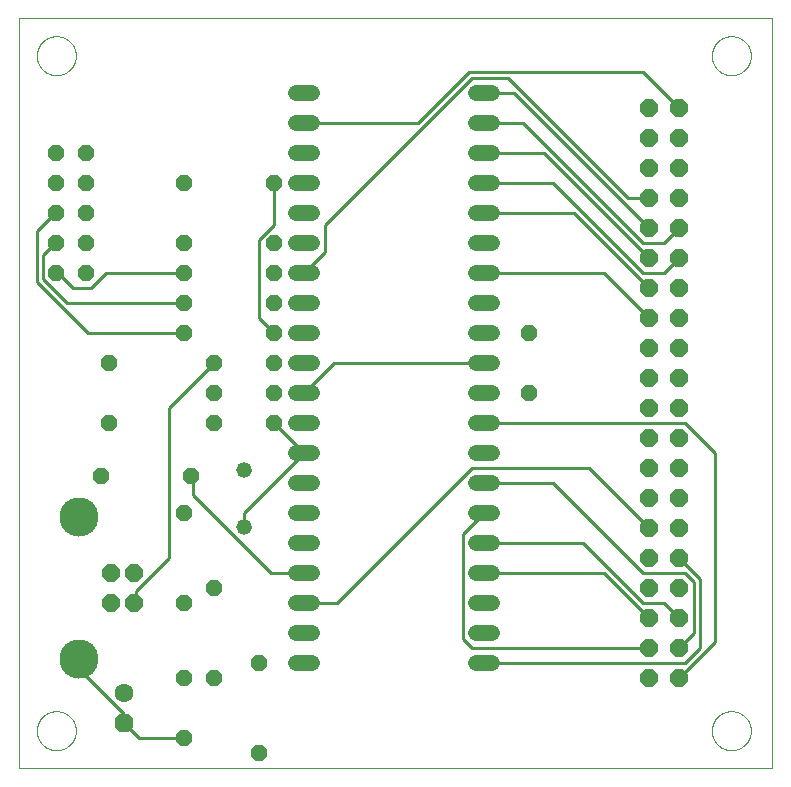
<source format=gbl>
G75*
%MOIN*%
%OFA0B0*%
%FSLAX25Y25*%
%IPPOS*%
%LPD*%
%AMOC8*
5,1,8,0,0,1.08239X$1,22.5*
%
%ADD10C,0.00000*%
%ADD11C,0.05200*%
%ADD12OC8,0.05600*%
%ADD13OC8,0.05740*%
%ADD14C,0.13055*%
%ADD15OC8,0.06000*%
%ADD16OC8,0.05200*%
%ADD17OC8,0.06300*%
%ADD18C,0.06300*%
%ADD19C,0.05200*%
%ADD20C,0.01000*%
D10*
X0021461Y0001000D02*
X0021461Y0250961D01*
X0272661Y0250961D01*
X0272661Y0001000D01*
X0021461Y0001000D01*
X0027461Y0013500D02*
X0027463Y0013661D01*
X0027469Y0013821D01*
X0027479Y0013982D01*
X0027493Y0014142D01*
X0027511Y0014302D01*
X0027532Y0014461D01*
X0027558Y0014620D01*
X0027588Y0014778D01*
X0027621Y0014935D01*
X0027659Y0015092D01*
X0027700Y0015247D01*
X0027745Y0015401D01*
X0027794Y0015554D01*
X0027847Y0015706D01*
X0027903Y0015857D01*
X0027964Y0016006D01*
X0028027Y0016154D01*
X0028095Y0016300D01*
X0028166Y0016444D01*
X0028240Y0016586D01*
X0028318Y0016727D01*
X0028400Y0016865D01*
X0028485Y0017002D01*
X0028573Y0017136D01*
X0028665Y0017268D01*
X0028760Y0017398D01*
X0028858Y0017526D01*
X0028959Y0017651D01*
X0029063Y0017773D01*
X0029170Y0017893D01*
X0029280Y0018010D01*
X0029393Y0018125D01*
X0029509Y0018236D01*
X0029628Y0018345D01*
X0029749Y0018450D01*
X0029873Y0018553D01*
X0029999Y0018653D01*
X0030127Y0018749D01*
X0030258Y0018842D01*
X0030392Y0018932D01*
X0030527Y0019019D01*
X0030665Y0019102D01*
X0030804Y0019182D01*
X0030946Y0019258D01*
X0031089Y0019331D01*
X0031234Y0019400D01*
X0031381Y0019466D01*
X0031529Y0019528D01*
X0031679Y0019586D01*
X0031830Y0019641D01*
X0031983Y0019692D01*
X0032137Y0019739D01*
X0032292Y0019782D01*
X0032448Y0019821D01*
X0032604Y0019857D01*
X0032762Y0019888D01*
X0032920Y0019916D01*
X0033079Y0019940D01*
X0033239Y0019960D01*
X0033399Y0019976D01*
X0033559Y0019988D01*
X0033720Y0019996D01*
X0033881Y0020000D01*
X0034041Y0020000D01*
X0034202Y0019996D01*
X0034363Y0019988D01*
X0034523Y0019976D01*
X0034683Y0019960D01*
X0034843Y0019940D01*
X0035002Y0019916D01*
X0035160Y0019888D01*
X0035318Y0019857D01*
X0035474Y0019821D01*
X0035630Y0019782D01*
X0035785Y0019739D01*
X0035939Y0019692D01*
X0036092Y0019641D01*
X0036243Y0019586D01*
X0036393Y0019528D01*
X0036541Y0019466D01*
X0036688Y0019400D01*
X0036833Y0019331D01*
X0036976Y0019258D01*
X0037118Y0019182D01*
X0037257Y0019102D01*
X0037395Y0019019D01*
X0037530Y0018932D01*
X0037664Y0018842D01*
X0037795Y0018749D01*
X0037923Y0018653D01*
X0038049Y0018553D01*
X0038173Y0018450D01*
X0038294Y0018345D01*
X0038413Y0018236D01*
X0038529Y0018125D01*
X0038642Y0018010D01*
X0038752Y0017893D01*
X0038859Y0017773D01*
X0038963Y0017651D01*
X0039064Y0017526D01*
X0039162Y0017398D01*
X0039257Y0017268D01*
X0039349Y0017136D01*
X0039437Y0017002D01*
X0039522Y0016865D01*
X0039604Y0016727D01*
X0039682Y0016586D01*
X0039756Y0016444D01*
X0039827Y0016300D01*
X0039895Y0016154D01*
X0039958Y0016006D01*
X0040019Y0015857D01*
X0040075Y0015706D01*
X0040128Y0015554D01*
X0040177Y0015401D01*
X0040222Y0015247D01*
X0040263Y0015092D01*
X0040301Y0014935D01*
X0040334Y0014778D01*
X0040364Y0014620D01*
X0040390Y0014461D01*
X0040411Y0014302D01*
X0040429Y0014142D01*
X0040443Y0013982D01*
X0040453Y0013821D01*
X0040459Y0013661D01*
X0040461Y0013500D01*
X0040459Y0013339D01*
X0040453Y0013179D01*
X0040443Y0013018D01*
X0040429Y0012858D01*
X0040411Y0012698D01*
X0040390Y0012539D01*
X0040364Y0012380D01*
X0040334Y0012222D01*
X0040301Y0012065D01*
X0040263Y0011908D01*
X0040222Y0011753D01*
X0040177Y0011599D01*
X0040128Y0011446D01*
X0040075Y0011294D01*
X0040019Y0011143D01*
X0039958Y0010994D01*
X0039895Y0010846D01*
X0039827Y0010700D01*
X0039756Y0010556D01*
X0039682Y0010414D01*
X0039604Y0010273D01*
X0039522Y0010135D01*
X0039437Y0009998D01*
X0039349Y0009864D01*
X0039257Y0009732D01*
X0039162Y0009602D01*
X0039064Y0009474D01*
X0038963Y0009349D01*
X0038859Y0009227D01*
X0038752Y0009107D01*
X0038642Y0008990D01*
X0038529Y0008875D01*
X0038413Y0008764D01*
X0038294Y0008655D01*
X0038173Y0008550D01*
X0038049Y0008447D01*
X0037923Y0008347D01*
X0037795Y0008251D01*
X0037664Y0008158D01*
X0037530Y0008068D01*
X0037395Y0007981D01*
X0037257Y0007898D01*
X0037118Y0007818D01*
X0036976Y0007742D01*
X0036833Y0007669D01*
X0036688Y0007600D01*
X0036541Y0007534D01*
X0036393Y0007472D01*
X0036243Y0007414D01*
X0036092Y0007359D01*
X0035939Y0007308D01*
X0035785Y0007261D01*
X0035630Y0007218D01*
X0035474Y0007179D01*
X0035318Y0007143D01*
X0035160Y0007112D01*
X0035002Y0007084D01*
X0034843Y0007060D01*
X0034683Y0007040D01*
X0034523Y0007024D01*
X0034363Y0007012D01*
X0034202Y0007004D01*
X0034041Y0007000D01*
X0033881Y0007000D01*
X0033720Y0007004D01*
X0033559Y0007012D01*
X0033399Y0007024D01*
X0033239Y0007040D01*
X0033079Y0007060D01*
X0032920Y0007084D01*
X0032762Y0007112D01*
X0032604Y0007143D01*
X0032448Y0007179D01*
X0032292Y0007218D01*
X0032137Y0007261D01*
X0031983Y0007308D01*
X0031830Y0007359D01*
X0031679Y0007414D01*
X0031529Y0007472D01*
X0031381Y0007534D01*
X0031234Y0007600D01*
X0031089Y0007669D01*
X0030946Y0007742D01*
X0030804Y0007818D01*
X0030665Y0007898D01*
X0030527Y0007981D01*
X0030392Y0008068D01*
X0030258Y0008158D01*
X0030127Y0008251D01*
X0029999Y0008347D01*
X0029873Y0008447D01*
X0029749Y0008550D01*
X0029628Y0008655D01*
X0029509Y0008764D01*
X0029393Y0008875D01*
X0029280Y0008990D01*
X0029170Y0009107D01*
X0029063Y0009227D01*
X0028959Y0009349D01*
X0028858Y0009474D01*
X0028760Y0009602D01*
X0028665Y0009732D01*
X0028573Y0009864D01*
X0028485Y0009998D01*
X0028400Y0010135D01*
X0028318Y0010273D01*
X0028240Y0010414D01*
X0028166Y0010556D01*
X0028095Y0010700D01*
X0028027Y0010846D01*
X0027964Y0010994D01*
X0027903Y0011143D01*
X0027847Y0011294D01*
X0027794Y0011446D01*
X0027745Y0011599D01*
X0027700Y0011753D01*
X0027659Y0011908D01*
X0027621Y0012065D01*
X0027588Y0012222D01*
X0027558Y0012380D01*
X0027532Y0012539D01*
X0027511Y0012698D01*
X0027493Y0012858D01*
X0027479Y0013018D01*
X0027469Y0013179D01*
X0027463Y0013339D01*
X0027461Y0013500D01*
X0252461Y0013500D02*
X0252463Y0013661D01*
X0252469Y0013821D01*
X0252479Y0013982D01*
X0252493Y0014142D01*
X0252511Y0014302D01*
X0252532Y0014461D01*
X0252558Y0014620D01*
X0252588Y0014778D01*
X0252621Y0014935D01*
X0252659Y0015092D01*
X0252700Y0015247D01*
X0252745Y0015401D01*
X0252794Y0015554D01*
X0252847Y0015706D01*
X0252903Y0015857D01*
X0252964Y0016006D01*
X0253027Y0016154D01*
X0253095Y0016300D01*
X0253166Y0016444D01*
X0253240Y0016586D01*
X0253318Y0016727D01*
X0253400Y0016865D01*
X0253485Y0017002D01*
X0253573Y0017136D01*
X0253665Y0017268D01*
X0253760Y0017398D01*
X0253858Y0017526D01*
X0253959Y0017651D01*
X0254063Y0017773D01*
X0254170Y0017893D01*
X0254280Y0018010D01*
X0254393Y0018125D01*
X0254509Y0018236D01*
X0254628Y0018345D01*
X0254749Y0018450D01*
X0254873Y0018553D01*
X0254999Y0018653D01*
X0255127Y0018749D01*
X0255258Y0018842D01*
X0255392Y0018932D01*
X0255527Y0019019D01*
X0255665Y0019102D01*
X0255804Y0019182D01*
X0255946Y0019258D01*
X0256089Y0019331D01*
X0256234Y0019400D01*
X0256381Y0019466D01*
X0256529Y0019528D01*
X0256679Y0019586D01*
X0256830Y0019641D01*
X0256983Y0019692D01*
X0257137Y0019739D01*
X0257292Y0019782D01*
X0257448Y0019821D01*
X0257604Y0019857D01*
X0257762Y0019888D01*
X0257920Y0019916D01*
X0258079Y0019940D01*
X0258239Y0019960D01*
X0258399Y0019976D01*
X0258559Y0019988D01*
X0258720Y0019996D01*
X0258881Y0020000D01*
X0259041Y0020000D01*
X0259202Y0019996D01*
X0259363Y0019988D01*
X0259523Y0019976D01*
X0259683Y0019960D01*
X0259843Y0019940D01*
X0260002Y0019916D01*
X0260160Y0019888D01*
X0260318Y0019857D01*
X0260474Y0019821D01*
X0260630Y0019782D01*
X0260785Y0019739D01*
X0260939Y0019692D01*
X0261092Y0019641D01*
X0261243Y0019586D01*
X0261393Y0019528D01*
X0261541Y0019466D01*
X0261688Y0019400D01*
X0261833Y0019331D01*
X0261976Y0019258D01*
X0262118Y0019182D01*
X0262257Y0019102D01*
X0262395Y0019019D01*
X0262530Y0018932D01*
X0262664Y0018842D01*
X0262795Y0018749D01*
X0262923Y0018653D01*
X0263049Y0018553D01*
X0263173Y0018450D01*
X0263294Y0018345D01*
X0263413Y0018236D01*
X0263529Y0018125D01*
X0263642Y0018010D01*
X0263752Y0017893D01*
X0263859Y0017773D01*
X0263963Y0017651D01*
X0264064Y0017526D01*
X0264162Y0017398D01*
X0264257Y0017268D01*
X0264349Y0017136D01*
X0264437Y0017002D01*
X0264522Y0016865D01*
X0264604Y0016727D01*
X0264682Y0016586D01*
X0264756Y0016444D01*
X0264827Y0016300D01*
X0264895Y0016154D01*
X0264958Y0016006D01*
X0265019Y0015857D01*
X0265075Y0015706D01*
X0265128Y0015554D01*
X0265177Y0015401D01*
X0265222Y0015247D01*
X0265263Y0015092D01*
X0265301Y0014935D01*
X0265334Y0014778D01*
X0265364Y0014620D01*
X0265390Y0014461D01*
X0265411Y0014302D01*
X0265429Y0014142D01*
X0265443Y0013982D01*
X0265453Y0013821D01*
X0265459Y0013661D01*
X0265461Y0013500D01*
X0265459Y0013339D01*
X0265453Y0013179D01*
X0265443Y0013018D01*
X0265429Y0012858D01*
X0265411Y0012698D01*
X0265390Y0012539D01*
X0265364Y0012380D01*
X0265334Y0012222D01*
X0265301Y0012065D01*
X0265263Y0011908D01*
X0265222Y0011753D01*
X0265177Y0011599D01*
X0265128Y0011446D01*
X0265075Y0011294D01*
X0265019Y0011143D01*
X0264958Y0010994D01*
X0264895Y0010846D01*
X0264827Y0010700D01*
X0264756Y0010556D01*
X0264682Y0010414D01*
X0264604Y0010273D01*
X0264522Y0010135D01*
X0264437Y0009998D01*
X0264349Y0009864D01*
X0264257Y0009732D01*
X0264162Y0009602D01*
X0264064Y0009474D01*
X0263963Y0009349D01*
X0263859Y0009227D01*
X0263752Y0009107D01*
X0263642Y0008990D01*
X0263529Y0008875D01*
X0263413Y0008764D01*
X0263294Y0008655D01*
X0263173Y0008550D01*
X0263049Y0008447D01*
X0262923Y0008347D01*
X0262795Y0008251D01*
X0262664Y0008158D01*
X0262530Y0008068D01*
X0262395Y0007981D01*
X0262257Y0007898D01*
X0262118Y0007818D01*
X0261976Y0007742D01*
X0261833Y0007669D01*
X0261688Y0007600D01*
X0261541Y0007534D01*
X0261393Y0007472D01*
X0261243Y0007414D01*
X0261092Y0007359D01*
X0260939Y0007308D01*
X0260785Y0007261D01*
X0260630Y0007218D01*
X0260474Y0007179D01*
X0260318Y0007143D01*
X0260160Y0007112D01*
X0260002Y0007084D01*
X0259843Y0007060D01*
X0259683Y0007040D01*
X0259523Y0007024D01*
X0259363Y0007012D01*
X0259202Y0007004D01*
X0259041Y0007000D01*
X0258881Y0007000D01*
X0258720Y0007004D01*
X0258559Y0007012D01*
X0258399Y0007024D01*
X0258239Y0007040D01*
X0258079Y0007060D01*
X0257920Y0007084D01*
X0257762Y0007112D01*
X0257604Y0007143D01*
X0257448Y0007179D01*
X0257292Y0007218D01*
X0257137Y0007261D01*
X0256983Y0007308D01*
X0256830Y0007359D01*
X0256679Y0007414D01*
X0256529Y0007472D01*
X0256381Y0007534D01*
X0256234Y0007600D01*
X0256089Y0007669D01*
X0255946Y0007742D01*
X0255804Y0007818D01*
X0255665Y0007898D01*
X0255527Y0007981D01*
X0255392Y0008068D01*
X0255258Y0008158D01*
X0255127Y0008251D01*
X0254999Y0008347D01*
X0254873Y0008447D01*
X0254749Y0008550D01*
X0254628Y0008655D01*
X0254509Y0008764D01*
X0254393Y0008875D01*
X0254280Y0008990D01*
X0254170Y0009107D01*
X0254063Y0009227D01*
X0253959Y0009349D01*
X0253858Y0009474D01*
X0253760Y0009602D01*
X0253665Y0009732D01*
X0253573Y0009864D01*
X0253485Y0009998D01*
X0253400Y0010135D01*
X0253318Y0010273D01*
X0253240Y0010414D01*
X0253166Y0010556D01*
X0253095Y0010700D01*
X0253027Y0010846D01*
X0252964Y0010994D01*
X0252903Y0011143D01*
X0252847Y0011294D01*
X0252794Y0011446D01*
X0252745Y0011599D01*
X0252700Y0011753D01*
X0252659Y0011908D01*
X0252621Y0012065D01*
X0252588Y0012222D01*
X0252558Y0012380D01*
X0252532Y0012539D01*
X0252511Y0012698D01*
X0252493Y0012858D01*
X0252479Y0013018D01*
X0252469Y0013179D01*
X0252463Y0013339D01*
X0252461Y0013500D01*
X0252461Y0238500D02*
X0252463Y0238661D01*
X0252469Y0238821D01*
X0252479Y0238982D01*
X0252493Y0239142D01*
X0252511Y0239302D01*
X0252532Y0239461D01*
X0252558Y0239620D01*
X0252588Y0239778D01*
X0252621Y0239935D01*
X0252659Y0240092D01*
X0252700Y0240247D01*
X0252745Y0240401D01*
X0252794Y0240554D01*
X0252847Y0240706D01*
X0252903Y0240857D01*
X0252964Y0241006D01*
X0253027Y0241154D01*
X0253095Y0241300D01*
X0253166Y0241444D01*
X0253240Y0241586D01*
X0253318Y0241727D01*
X0253400Y0241865D01*
X0253485Y0242002D01*
X0253573Y0242136D01*
X0253665Y0242268D01*
X0253760Y0242398D01*
X0253858Y0242526D01*
X0253959Y0242651D01*
X0254063Y0242773D01*
X0254170Y0242893D01*
X0254280Y0243010D01*
X0254393Y0243125D01*
X0254509Y0243236D01*
X0254628Y0243345D01*
X0254749Y0243450D01*
X0254873Y0243553D01*
X0254999Y0243653D01*
X0255127Y0243749D01*
X0255258Y0243842D01*
X0255392Y0243932D01*
X0255527Y0244019D01*
X0255665Y0244102D01*
X0255804Y0244182D01*
X0255946Y0244258D01*
X0256089Y0244331D01*
X0256234Y0244400D01*
X0256381Y0244466D01*
X0256529Y0244528D01*
X0256679Y0244586D01*
X0256830Y0244641D01*
X0256983Y0244692D01*
X0257137Y0244739D01*
X0257292Y0244782D01*
X0257448Y0244821D01*
X0257604Y0244857D01*
X0257762Y0244888D01*
X0257920Y0244916D01*
X0258079Y0244940D01*
X0258239Y0244960D01*
X0258399Y0244976D01*
X0258559Y0244988D01*
X0258720Y0244996D01*
X0258881Y0245000D01*
X0259041Y0245000D01*
X0259202Y0244996D01*
X0259363Y0244988D01*
X0259523Y0244976D01*
X0259683Y0244960D01*
X0259843Y0244940D01*
X0260002Y0244916D01*
X0260160Y0244888D01*
X0260318Y0244857D01*
X0260474Y0244821D01*
X0260630Y0244782D01*
X0260785Y0244739D01*
X0260939Y0244692D01*
X0261092Y0244641D01*
X0261243Y0244586D01*
X0261393Y0244528D01*
X0261541Y0244466D01*
X0261688Y0244400D01*
X0261833Y0244331D01*
X0261976Y0244258D01*
X0262118Y0244182D01*
X0262257Y0244102D01*
X0262395Y0244019D01*
X0262530Y0243932D01*
X0262664Y0243842D01*
X0262795Y0243749D01*
X0262923Y0243653D01*
X0263049Y0243553D01*
X0263173Y0243450D01*
X0263294Y0243345D01*
X0263413Y0243236D01*
X0263529Y0243125D01*
X0263642Y0243010D01*
X0263752Y0242893D01*
X0263859Y0242773D01*
X0263963Y0242651D01*
X0264064Y0242526D01*
X0264162Y0242398D01*
X0264257Y0242268D01*
X0264349Y0242136D01*
X0264437Y0242002D01*
X0264522Y0241865D01*
X0264604Y0241727D01*
X0264682Y0241586D01*
X0264756Y0241444D01*
X0264827Y0241300D01*
X0264895Y0241154D01*
X0264958Y0241006D01*
X0265019Y0240857D01*
X0265075Y0240706D01*
X0265128Y0240554D01*
X0265177Y0240401D01*
X0265222Y0240247D01*
X0265263Y0240092D01*
X0265301Y0239935D01*
X0265334Y0239778D01*
X0265364Y0239620D01*
X0265390Y0239461D01*
X0265411Y0239302D01*
X0265429Y0239142D01*
X0265443Y0238982D01*
X0265453Y0238821D01*
X0265459Y0238661D01*
X0265461Y0238500D01*
X0265459Y0238339D01*
X0265453Y0238179D01*
X0265443Y0238018D01*
X0265429Y0237858D01*
X0265411Y0237698D01*
X0265390Y0237539D01*
X0265364Y0237380D01*
X0265334Y0237222D01*
X0265301Y0237065D01*
X0265263Y0236908D01*
X0265222Y0236753D01*
X0265177Y0236599D01*
X0265128Y0236446D01*
X0265075Y0236294D01*
X0265019Y0236143D01*
X0264958Y0235994D01*
X0264895Y0235846D01*
X0264827Y0235700D01*
X0264756Y0235556D01*
X0264682Y0235414D01*
X0264604Y0235273D01*
X0264522Y0235135D01*
X0264437Y0234998D01*
X0264349Y0234864D01*
X0264257Y0234732D01*
X0264162Y0234602D01*
X0264064Y0234474D01*
X0263963Y0234349D01*
X0263859Y0234227D01*
X0263752Y0234107D01*
X0263642Y0233990D01*
X0263529Y0233875D01*
X0263413Y0233764D01*
X0263294Y0233655D01*
X0263173Y0233550D01*
X0263049Y0233447D01*
X0262923Y0233347D01*
X0262795Y0233251D01*
X0262664Y0233158D01*
X0262530Y0233068D01*
X0262395Y0232981D01*
X0262257Y0232898D01*
X0262118Y0232818D01*
X0261976Y0232742D01*
X0261833Y0232669D01*
X0261688Y0232600D01*
X0261541Y0232534D01*
X0261393Y0232472D01*
X0261243Y0232414D01*
X0261092Y0232359D01*
X0260939Y0232308D01*
X0260785Y0232261D01*
X0260630Y0232218D01*
X0260474Y0232179D01*
X0260318Y0232143D01*
X0260160Y0232112D01*
X0260002Y0232084D01*
X0259843Y0232060D01*
X0259683Y0232040D01*
X0259523Y0232024D01*
X0259363Y0232012D01*
X0259202Y0232004D01*
X0259041Y0232000D01*
X0258881Y0232000D01*
X0258720Y0232004D01*
X0258559Y0232012D01*
X0258399Y0232024D01*
X0258239Y0232040D01*
X0258079Y0232060D01*
X0257920Y0232084D01*
X0257762Y0232112D01*
X0257604Y0232143D01*
X0257448Y0232179D01*
X0257292Y0232218D01*
X0257137Y0232261D01*
X0256983Y0232308D01*
X0256830Y0232359D01*
X0256679Y0232414D01*
X0256529Y0232472D01*
X0256381Y0232534D01*
X0256234Y0232600D01*
X0256089Y0232669D01*
X0255946Y0232742D01*
X0255804Y0232818D01*
X0255665Y0232898D01*
X0255527Y0232981D01*
X0255392Y0233068D01*
X0255258Y0233158D01*
X0255127Y0233251D01*
X0254999Y0233347D01*
X0254873Y0233447D01*
X0254749Y0233550D01*
X0254628Y0233655D01*
X0254509Y0233764D01*
X0254393Y0233875D01*
X0254280Y0233990D01*
X0254170Y0234107D01*
X0254063Y0234227D01*
X0253959Y0234349D01*
X0253858Y0234474D01*
X0253760Y0234602D01*
X0253665Y0234732D01*
X0253573Y0234864D01*
X0253485Y0234998D01*
X0253400Y0235135D01*
X0253318Y0235273D01*
X0253240Y0235414D01*
X0253166Y0235556D01*
X0253095Y0235700D01*
X0253027Y0235846D01*
X0252964Y0235994D01*
X0252903Y0236143D01*
X0252847Y0236294D01*
X0252794Y0236446D01*
X0252745Y0236599D01*
X0252700Y0236753D01*
X0252659Y0236908D01*
X0252621Y0237065D01*
X0252588Y0237222D01*
X0252558Y0237380D01*
X0252532Y0237539D01*
X0252511Y0237698D01*
X0252493Y0237858D01*
X0252479Y0238018D01*
X0252469Y0238179D01*
X0252463Y0238339D01*
X0252461Y0238500D01*
X0027461Y0238500D02*
X0027463Y0238661D01*
X0027469Y0238821D01*
X0027479Y0238982D01*
X0027493Y0239142D01*
X0027511Y0239302D01*
X0027532Y0239461D01*
X0027558Y0239620D01*
X0027588Y0239778D01*
X0027621Y0239935D01*
X0027659Y0240092D01*
X0027700Y0240247D01*
X0027745Y0240401D01*
X0027794Y0240554D01*
X0027847Y0240706D01*
X0027903Y0240857D01*
X0027964Y0241006D01*
X0028027Y0241154D01*
X0028095Y0241300D01*
X0028166Y0241444D01*
X0028240Y0241586D01*
X0028318Y0241727D01*
X0028400Y0241865D01*
X0028485Y0242002D01*
X0028573Y0242136D01*
X0028665Y0242268D01*
X0028760Y0242398D01*
X0028858Y0242526D01*
X0028959Y0242651D01*
X0029063Y0242773D01*
X0029170Y0242893D01*
X0029280Y0243010D01*
X0029393Y0243125D01*
X0029509Y0243236D01*
X0029628Y0243345D01*
X0029749Y0243450D01*
X0029873Y0243553D01*
X0029999Y0243653D01*
X0030127Y0243749D01*
X0030258Y0243842D01*
X0030392Y0243932D01*
X0030527Y0244019D01*
X0030665Y0244102D01*
X0030804Y0244182D01*
X0030946Y0244258D01*
X0031089Y0244331D01*
X0031234Y0244400D01*
X0031381Y0244466D01*
X0031529Y0244528D01*
X0031679Y0244586D01*
X0031830Y0244641D01*
X0031983Y0244692D01*
X0032137Y0244739D01*
X0032292Y0244782D01*
X0032448Y0244821D01*
X0032604Y0244857D01*
X0032762Y0244888D01*
X0032920Y0244916D01*
X0033079Y0244940D01*
X0033239Y0244960D01*
X0033399Y0244976D01*
X0033559Y0244988D01*
X0033720Y0244996D01*
X0033881Y0245000D01*
X0034041Y0245000D01*
X0034202Y0244996D01*
X0034363Y0244988D01*
X0034523Y0244976D01*
X0034683Y0244960D01*
X0034843Y0244940D01*
X0035002Y0244916D01*
X0035160Y0244888D01*
X0035318Y0244857D01*
X0035474Y0244821D01*
X0035630Y0244782D01*
X0035785Y0244739D01*
X0035939Y0244692D01*
X0036092Y0244641D01*
X0036243Y0244586D01*
X0036393Y0244528D01*
X0036541Y0244466D01*
X0036688Y0244400D01*
X0036833Y0244331D01*
X0036976Y0244258D01*
X0037118Y0244182D01*
X0037257Y0244102D01*
X0037395Y0244019D01*
X0037530Y0243932D01*
X0037664Y0243842D01*
X0037795Y0243749D01*
X0037923Y0243653D01*
X0038049Y0243553D01*
X0038173Y0243450D01*
X0038294Y0243345D01*
X0038413Y0243236D01*
X0038529Y0243125D01*
X0038642Y0243010D01*
X0038752Y0242893D01*
X0038859Y0242773D01*
X0038963Y0242651D01*
X0039064Y0242526D01*
X0039162Y0242398D01*
X0039257Y0242268D01*
X0039349Y0242136D01*
X0039437Y0242002D01*
X0039522Y0241865D01*
X0039604Y0241727D01*
X0039682Y0241586D01*
X0039756Y0241444D01*
X0039827Y0241300D01*
X0039895Y0241154D01*
X0039958Y0241006D01*
X0040019Y0240857D01*
X0040075Y0240706D01*
X0040128Y0240554D01*
X0040177Y0240401D01*
X0040222Y0240247D01*
X0040263Y0240092D01*
X0040301Y0239935D01*
X0040334Y0239778D01*
X0040364Y0239620D01*
X0040390Y0239461D01*
X0040411Y0239302D01*
X0040429Y0239142D01*
X0040443Y0238982D01*
X0040453Y0238821D01*
X0040459Y0238661D01*
X0040461Y0238500D01*
X0040459Y0238339D01*
X0040453Y0238179D01*
X0040443Y0238018D01*
X0040429Y0237858D01*
X0040411Y0237698D01*
X0040390Y0237539D01*
X0040364Y0237380D01*
X0040334Y0237222D01*
X0040301Y0237065D01*
X0040263Y0236908D01*
X0040222Y0236753D01*
X0040177Y0236599D01*
X0040128Y0236446D01*
X0040075Y0236294D01*
X0040019Y0236143D01*
X0039958Y0235994D01*
X0039895Y0235846D01*
X0039827Y0235700D01*
X0039756Y0235556D01*
X0039682Y0235414D01*
X0039604Y0235273D01*
X0039522Y0235135D01*
X0039437Y0234998D01*
X0039349Y0234864D01*
X0039257Y0234732D01*
X0039162Y0234602D01*
X0039064Y0234474D01*
X0038963Y0234349D01*
X0038859Y0234227D01*
X0038752Y0234107D01*
X0038642Y0233990D01*
X0038529Y0233875D01*
X0038413Y0233764D01*
X0038294Y0233655D01*
X0038173Y0233550D01*
X0038049Y0233447D01*
X0037923Y0233347D01*
X0037795Y0233251D01*
X0037664Y0233158D01*
X0037530Y0233068D01*
X0037395Y0232981D01*
X0037257Y0232898D01*
X0037118Y0232818D01*
X0036976Y0232742D01*
X0036833Y0232669D01*
X0036688Y0232600D01*
X0036541Y0232534D01*
X0036393Y0232472D01*
X0036243Y0232414D01*
X0036092Y0232359D01*
X0035939Y0232308D01*
X0035785Y0232261D01*
X0035630Y0232218D01*
X0035474Y0232179D01*
X0035318Y0232143D01*
X0035160Y0232112D01*
X0035002Y0232084D01*
X0034843Y0232060D01*
X0034683Y0232040D01*
X0034523Y0232024D01*
X0034363Y0232012D01*
X0034202Y0232004D01*
X0034041Y0232000D01*
X0033881Y0232000D01*
X0033720Y0232004D01*
X0033559Y0232012D01*
X0033399Y0232024D01*
X0033239Y0232040D01*
X0033079Y0232060D01*
X0032920Y0232084D01*
X0032762Y0232112D01*
X0032604Y0232143D01*
X0032448Y0232179D01*
X0032292Y0232218D01*
X0032137Y0232261D01*
X0031983Y0232308D01*
X0031830Y0232359D01*
X0031679Y0232414D01*
X0031529Y0232472D01*
X0031381Y0232534D01*
X0031234Y0232600D01*
X0031089Y0232669D01*
X0030946Y0232742D01*
X0030804Y0232818D01*
X0030665Y0232898D01*
X0030527Y0232981D01*
X0030392Y0233068D01*
X0030258Y0233158D01*
X0030127Y0233251D01*
X0029999Y0233347D01*
X0029873Y0233447D01*
X0029749Y0233550D01*
X0029628Y0233655D01*
X0029509Y0233764D01*
X0029393Y0233875D01*
X0029280Y0233990D01*
X0029170Y0234107D01*
X0029063Y0234227D01*
X0028959Y0234349D01*
X0028858Y0234474D01*
X0028760Y0234602D01*
X0028665Y0234732D01*
X0028573Y0234864D01*
X0028485Y0234998D01*
X0028400Y0235135D01*
X0028318Y0235273D01*
X0028240Y0235414D01*
X0028166Y0235556D01*
X0028095Y0235700D01*
X0028027Y0235846D01*
X0027964Y0235994D01*
X0027903Y0236143D01*
X0027847Y0236294D01*
X0027794Y0236446D01*
X0027745Y0236599D01*
X0027700Y0236753D01*
X0027659Y0236908D01*
X0027621Y0237065D01*
X0027588Y0237222D01*
X0027558Y0237380D01*
X0027532Y0237539D01*
X0027511Y0237698D01*
X0027493Y0237858D01*
X0027479Y0238018D01*
X0027469Y0238179D01*
X0027463Y0238339D01*
X0027461Y0238500D01*
D11*
X0113861Y0226000D02*
X0119061Y0226000D01*
X0119061Y0216000D02*
X0113861Y0216000D01*
X0113861Y0206000D02*
X0119061Y0206000D01*
X0119061Y0196000D02*
X0113861Y0196000D01*
X0113861Y0186000D02*
X0119061Y0186000D01*
X0119061Y0176000D02*
X0113861Y0176000D01*
X0113861Y0166000D02*
X0119061Y0166000D01*
X0119061Y0156000D02*
X0113861Y0156000D01*
X0113861Y0146000D02*
X0119061Y0146000D01*
X0119061Y0136000D02*
X0113861Y0136000D01*
X0113861Y0126000D02*
X0119061Y0126000D01*
X0119061Y0116000D02*
X0113861Y0116000D01*
X0113861Y0106000D02*
X0119061Y0106000D01*
X0119061Y0096000D02*
X0113861Y0096000D01*
X0113861Y0086000D02*
X0119061Y0086000D01*
X0119061Y0076000D02*
X0113861Y0076000D01*
X0113861Y0066000D02*
X0119061Y0066000D01*
X0119061Y0056000D02*
X0113861Y0056000D01*
X0113861Y0046000D02*
X0119061Y0046000D01*
X0119061Y0036000D02*
X0113861Y0036000D01*
X0173861Y0036000D02*
X0179061Y0036000D01*
X0179061Y0046000D02*
X0173861Y0046000D01*
X0173861Y0056000D02*
X0179061Y0056000D01*
X0179061Y0066000D02*
X0173861Y0066000D01*
X0173861Y0076000D02*
X0179061Y0076000D01*
X0179061Y0086000D02*
X0173861Y0086000D01*
X0173861Y0096000D02*
X0179061Y0096000D01*
X0179061Y0106000D02*
X0173861Y0106000D01*
X0173861Y0116000D02*
X0179061Y0116000D01*
X0179061Y0126000D02*
X0173861Y0126000D01*
X0173861Y0136000D02*
X0179061Y0136000D01*
X0179061Y0146000D02*
X0173861Y0146000D01*
X0173861Y0156000D02*
X0179061Y0156000D01*
X0179061Y0166000D02*
X0173861Y0166000D01*
X0173861Y0176000D02*
X0179061Y0176000D01*
X0179061Y0186000D02*
X0173861Y0186000D01*
X0173861Y0196000D02*
X0179061Y0196000D01*
X0179061Y0206000D02*
X0173861Y0206000D01*
X0173861Y0216000D02*
X0179061Y0216000D01*
X0179061Y0226000D02*
X0173861Y0226000D01*
D12*
X0043961Y0206000D03*
X0043961Y0196000D03*
X0043961Y0186000D03*
X0043961Y0176000D03*
X0043961Y0166000D03*
X0033961Y0166000D03*
X0033961Y0176000D03*
X0033961Y0186000D03*
X0033961Y0196000D03*
X0033961Y0206000D03*
D13*
X0052130Y0065921D03*
X0060004Y0065921D03*
X0060004Y0056079D03*
X0052130Y0056079D03*
D14*
X0041461Y0037299D03*
X0041461Y0084701D03*
D15*
X0231461Y0081000D03*
X0241461Y0081000D03*
X0241461Y0071000D03*
X0241461Y0061000D03*
X0241461Y0051000D03*
X0241461Y0041000D03*
X0241461Y0031000D03*
X0231461Y0031000D03*
X0231461Y0041000D03*
X0231461Y0051000D03*
X0231461Y0061000D03*
X0231461Y0071000D03*
X0231461Y0091000D03*
X0241461Y0091000D03*
X0241461Y0101000D03*
X0241461Y0111000D03*
X0241461Y0121000D03*
X0241461Y0131000D03*
X0241461Y0141000D03*
X0241461Y0151000D03*
X0241461Y0161000D03*
X0241461Y0171000D03*
X0241461Y0181000D03*
X0241461Y0191000D03*
X0241461Y0201000D03*
X0241461Y0211000D03*
X0241461Y0221000D03*
X0231461Y0221000D03*
X0231461Y0211000D03*
X0231461Y0201000D03*
X0231461Y0191000D03*
X0231461Y0181000D03*
X0231461Y0171000D03*
X0231461Y0161000D03*
X0231461Y0151000D03*
X0231461Y0141000D03*
X0231461Y0131000D03*
X0231461Y0121000D03*
X0231461Y0111000D03*
X0231461Y0101000D03*
D16*
X0191461Y0126000D03*
X0191461Y0146000D03*
X0106461Y0146000D03*
X0106461Y0136000D03*
X0106461Y0126000D03*
X0106461Y0116000D03*
X0086461Y0116000D03*
X0086461Y0126000D03*
X0086461Y0136000D03*
X0076461Y0146000D03*
X0076461Y0156000D03*
X0076461Y0166000D03*
X0076461Y0176000D03*
X0076461Y0196000D03*
X0106461Y0196000D03*
X0106461Y0176000D03*
X0106461Y0166000D03*
X0106461Y0156000D03*
X0051461Y0136000D03*
X0051461Y0116000D03*
X0048961Y0098500D03*
X0076461Y0086000D03*
X0078961Y0098500D03*
X0086461Y0061000D03*
X0076461Y0056000D03*
X0076461Y0031000D03*
X0086461Y0031000D03*
X0101461Y0036000D03*
X0076461Y0011000D03*
X0101461Y0006000D03*
D17*
X0056461Y0016000D03*
D18*
X0056461Y0026000D03*
D19*
X0096461Y0081500D03*
X0096461Y0100500D03*
D20*
X0096461Y0086000D02*
X0116461Y0106000D01*
X0106461Y0116000D01*
X0116461Y0126000D02*
X0126461Y0136000D01*
X0176461Y0136000D01*
X0176461Y0116000D02*
X0243461Y0116000D01*
X0253461Y0106000D01*
X0253461Y0043000D01*
X0241461Y0031000D01*
X0243461Y0036000D02*
X0248461Y0041000D01*
X0248461Y0064000D01*
X0241461Y0071000D01*
X0243461Y0066000D02*
X0246461Y0063000D01*
X0246461Y0046000D01*
X0241461Y0041000D01*
X0243461Y0036000D02*
X0176461Y0036000D01*
X0172461Y0041000D02*
X0231461Y0041000D01*
X0231461Y0051000D02*
X0216461Y0066000D01*
X0176461Y0066000D01*
X0176461Y0076000D02*
X0209461Y0076000D01*
X0229461Y0056000D01*
X0236461Y0056000D01*
X0241461Y0051000D01*
X0243461Y0066000D02*
X0229461Y0066000D01*
X0199461Y0096000D01*
X0176461Y0096000D01*
X0172461Y0101000D02*
X0211461Y0101000D01*
X0231461Y0081000D01*
X0176461Y0086000D02*
X0169461Y0079000D01*
X0169461Y0044000D01*
X0172461Y0041000D01*
X0127461Y0056000D02*
X0172461Y0101000D01*
X0127461Y0056000D02*
X0116461Y0056000D01*
X0116461Y0066000D02*
X0105461Y0066000D01*
X0079461Y0092000D01*
X0079461Y0098000D01*
X0078961Y0098500D01*
X0096461Y0086000D02*
X0096461Y0081500D01*
X0071461Y0071000D02*
X0071461Y0121000D01*
X0086461Y0136000D01*
X0076461Y0146000D02*
X0044461Y0146000D01*
X0027461Y0163000D01*
X0027461Y0180000D01*
X0033461Y0186000D01*
X0033961Y0186000D01*
X0033961Y0176000D02*
X0033461Y0176000D01*
X0029461Y0172000D01*
X0029461Y0164000D01*
X0037461Y0156000D01*
X0076461Y0156000D01*
X0076461Y0166000D02*
X0050461Y0166000D01*
X0045461Y0161000D01*
X0039461Y0161000D01*
X0034461Y0166000D01*
X0033961Y0166000D01*
X0101461Y0177000D02*
X0101461Y0151000D01*
X0106461Y0146000D01*
X0116461Y0166000D02*
X0123461Y0173000D01*
X0123461Y0182000D01*
X0172461Y0231000D01*
X0184461Y0231000D01*
X0224461Y0191000D01*
X0231461Y0191000D01*
X0231461Y0181000D02*
X0186461Y0226000D01*
X0176461Y0226000D01*
X0171461Y0233000D02*
X0229461Y0233000D01*
X0241461Y0221000D01*
X0206461Y0186000D02*
X0231461Y0161000D01*
X0229461Y0166000D02*
X0236461Y0166000D01*
X0241461Y0171000D01*
X0236461Y0176000D02*
X0241461Y0181000D01*
X0236461Y0176000D02*
X0229461Y0176000D01*
X0189461Y0216000D01*
X0176461Y0216000D01*
X0176461Y0206000D02*
X0196461Y0206000D01*
X0231461Y0171000D01*
X0229461Y0166000D02*
X0199461Y0196000D01*
X0176461Y0196000D01*
X0176461Y0186000D02*
X0206461Y0186000D01*
X0216461Y0166000D02*
X0231461Y0151000D01*
X0216461Y0166000D02*
X0176461Y0166000D01*
X0154461Y0216000D02*
X0171461Y0233000D01*
X0154461Y0216000D02*
X0116461Y0216000D01*
X0106461Y0196000D02*
X0106461Y0182000D01*
X0101461Y0177000D01*
X0071461Y0071000D02*
X0060461Y0060000D01*
X0060461Y0057000D01*
X0060004Y0056079D01*
X0041461Y0037299D02*
X0041461Y0034000D01*
X0056461Y0019000D01*
X0056461Y0016000D01*
X0061461Y0011000D01*
X0076461Y0011000D01*
M02*

</source>
